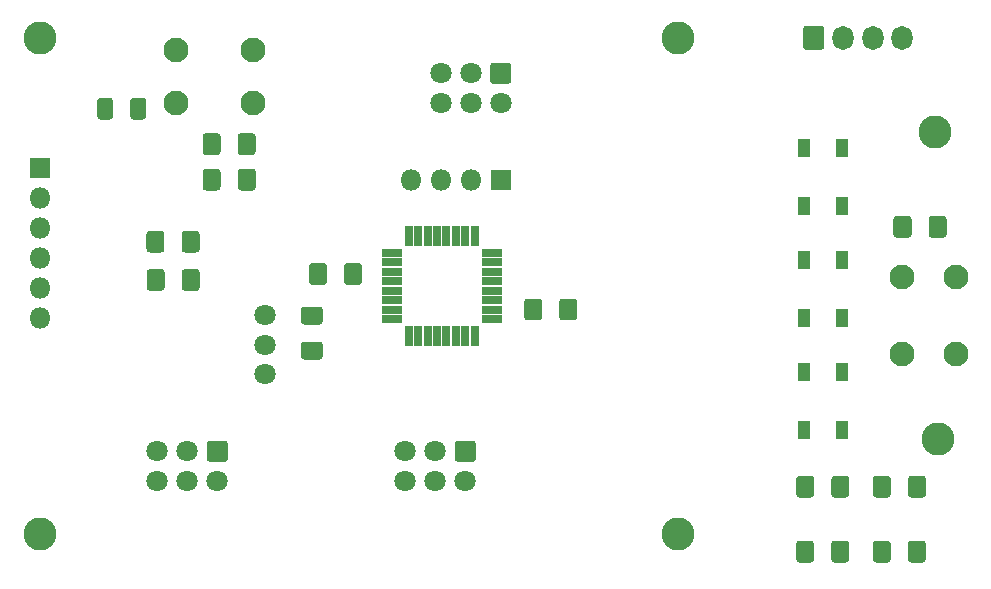
<source format=gbr>
%TF.GenerationSoftware,KiCad,Pcbnew,5.1.6-c6e7f7d~87~ubuntu20.04.1*%
%TF.CreationDate,2020-08-28T13:01:10+02:00*%
%TF.ProjectId,DccModule,4463634d-6f64-4756-9c65-2e6b69636164,rev?*%
%TF.SameCoordinates,Original*%
%TF.FileFunction,Soldermask,Top*%
%TF.FilePolarity,Negative*%
%FSLAX46Y46*%
G04 Gerber Fmt 4.6, Leading zero omitted, Abs format (unit mm)*
G04 Created by KiCad (PCBNEW 5.1.6-c6e7f7d~87~ubuntu20.04.1) date 2020-08-28 13:01:10*
%MOMM*%
%LPD*%
G01*
G04 APERTURE LIST*
%ADD10C,2.800000*%
%ADD11C,1.800000*%
%ADD12R,0.650000X1.700000*%
%ADD13R,1.700000X0.650000*%
%ADD14C,2.100000*%
%ADD15O,1.800000X2.050000*%
%ADD16O,1.800000X1.800000*%
%ADD17R,1.800000X1.800000*%
%ADD18R,1.100000X1.600000*%
G04 APERTURE END LIST*
D10*
%TO.C,H6*%
X200000000Y-118000000D03*
%TD*%
%TO.C,H5*%
X199750000Y-92000000D03*
%TD*%
%TO.C,H4*%
X178000000Y-126000000D03*
%TD*%
%TO.C,H3*%
X178000000Y-84000000D03*
%TD*%
%TO.C,H2*%
X124000000Y-126000000D03*
%TD*%
%TO.C,H1*%
X124000000Y-84000000D03*
%TD*%
D11*
%TO.C,Y1*%
X143000000Y-107500000D03*
X143000000Y-110000000D03*
X143000000Y-112500000D03*
%TD*%
D12*
%TO.C,U1*%
X155200000Y-100750000D03*
X156000000Y-100750000D03*
X156800000Y-100750000D03*
X157600000Y-100750000D03*
X158400000Y-100750000D03*
X159200000Y-100750000D03*
X160000000Y-100750000D03*
X160800000Y-100750000D03*
D13*
X162250000Y-102200000D03*
X162250000Y-103000000D03*
X162250000Y-103800000D03*
X162250000Y-104600000D03*
X162250000Y-105400000D03*
X162250000Y-106200000D03*
X162250000Y-107000000D03*
X162250000Y-107800000D03*
D12*
X160800000Y-109250000D03*
X160000000Y-109250000D03*
X159200000Y-109250000D03*
X158400000Y-109250000D03*
X157600000Y-109250000D03*
X156800000Y-109250000D03*
X156000000Y-109250000D03*
X155200000Y-109250000D03*
D13*
X153750000Y-107800000D03*
X153750000Y-107000000D03*
X153750000Y-106200000D03*
X153750000Y-105400000D03*
X153750000Y-104600000D03*
X153750000Y-103800000D03*
X153750000Y-103000000D03*
X153750000Y-102200000D03*
%TD*%
D14*
%TO.C,SW2*%
X197000000Y-104250000D03*
X201500000Y-104250000D03*
X197000000Y-110750000D03*
X201500000Y-110750000D03*
%TD*%
%TO.C,SW1*%
X142000000Y-85000000D03*
X142000000Y-89500000D03*
X135500000Y-85000000D03*
X135500000Y-89500000D03*
%TD*%
%TO.C,R6*%
G36*
G01*
X190987500Y-122657456D02*
X190987500Y-121342544D01*
G75*
G02*
X191255044Y-121075000I267544J0D01*
G01*
X192244956Y-121075000D01*
G75*
G02*
X192512500Y-121342544I0J-267544D01*
G01*
X192512500Y-122657456D01*
G75*
G02*
X192244956Y-122925000I-267544J0D01*
G01*
X191255044Y-122925000D01*
G75*
G02*
X190987500Y-122657456I0J267544D01*
G01*
G37*
G36*
G01*
X188012500Y-122657456D02*
X188012500Y-121342544D01*
G75*
G02*
X188280044Y-121075000I267544J0D01*
G01*
X189269956Y-121075000D01*
G75*
G02*
X189537500Y-121342544I0J-267544D01*
G01*
X189537500Y-122657456D01*
G75*
G02*
X189269956Y-122925000I-267544J0D01*
G01*
X188280044Y-122925000D01*
G75*
G02*
X188012500Y-122657456I0J267544D01*
G01*
G37*
%TD*%
%TO.C,R5*%
G36*
G01*
X190975000Y-128157456D02*
X190975000Y-126842544D01*
G75*
G02*
X191242544Y-126575000I267544J0D01*
G01*
X192232456Y-126575000D01*
G75*
G02*
X192500000Y-126842544I0J-267544D01*
G01*
X192500000Y-128157456D01*
G75*
G02*
X192232456Y-128425000I-267544J0D01*
G01*
X191242544Y-128425000D01*
G75*
G02*
X190975000Y-128157456I0J267544D01*
G01*
G37*
G36*
G01*
X188000000Y-128157456D02*
X188000000Y-126842544D01*
G75*
G02*
X188267544Y-126575000I267544J0D01*
G01*
X189257456Y-126575000D01*
G75*
G02*
X189525000Y-126842544I0J-267544D01*
G01*
X189525000Y-128157456D01*
G75*
G02*
X189257456Y-128425000I-267544J0D01*
G01*
X188267544Y-128425000D01*
G75*
G02*
X188000000Y-128157456I0J267544D01*
G01*
G37*
%TD*%
%TO.C,R4*%
G36*
G01*
X199225000Y-100657456D02*
X199225000Y-99342544D01*
G75*
G02*
X199492544Y-99075000I267544J0D01*
G01*
X200482456Y-99075000D01*
G75*
G02*
X200750000Y-99342544I0J-267544D01*
G01*
X200750000Y-100657456D01*
G75*
G02*
X200482456Y-100925000I-267544J0D01*
G01*
X199492544Y-100925000D01*
G75*
G02*
X199225000Y-100657456I0J267544D01*
G01*
G37*
G36*
G01*
X196250000Y-100657456D02*
X196250000Y-99342544D01*
G75*
G02*
X196517544Y-99075000I267544J0D01*
G01*
X197507456Y-99075000D01*
G75*
G02*
X197775000Y-99342544I0J-267544D01*
G01*
X197775000Y-100657456D01*
G75*
G02*
X197507456Y-100925000I-267544J0D01*
G01*
X196517544Y-100925000D01*
G75*
G02*
X196250000Y-100657456I0J267544D01*
G01*
G37*
%TD*%
%TO.C,R3*%
G36*
G01*
X135975000Y-101907456D02*
X135975000Y-100592544D01*
G75*
G02*
X136242544Y-100325000I267544J0D01*
G01*
X137232456Y-100325000D01*
G75*
G02*
X137500000Y-100592544I0J-267544D01*
G01*
X137500000Y-101907456D01*
G75*
G02*
X137232456Y-102175000I-267544J0D01*
G01*
X136242544Y-102175000D01*
G75*
G02*
X135975000Y-101907456I0J267544D01*
G01*
G37*
G36*
G01*
X133000000Y-101907456D02*
X133000000Y-100592544D01*
G75*
G02*
X133267544Y-100325000I267544J0D01*
G01*
X134257456Y-100325000D01*
G75*
G02*
X134525000Y-100592544I0J-267544D01*
G01*
X134525000Y-101907456D01*
G75*
G02*
X134257456Y-102175000I-267544J0D01*
G01*
X133267544Y-102175000D01*
G75*
G02*
X133000000Y-101907456I0J267544D01*
G01*
G37*
%TD*%
%TO.C,R2*%
G36*
G01*
X140725000Y-96657456D02*
X140725000Y-95342544D01*
G75*
G02*
X140992544Y-95075000I267544J0D01*
G01*
X141982456Y-95075000D01*
G75*
G02*
X142250000Y-95342544I0J-267544D01*
G01*
X142250000Y-96657456D01*
G75*
G02*
X141982456Y-96925000I-267544J0D01*
G01*
X140992544Y-96925000D01*
G75*
G02*
X140725000Y-96657456I0J267544D01*
G01*
G37*
G36*
G01*
X137750000Y-96657456D02*
X137750000Y-95342544D01*
G75*
G02*
X138017544Y-95075000I267544J0D01*
G01*
X139007456Y-95075000D01*
G75*
G02*
X139275000Y-95342544I0J-267544D01*
G01*
X139275000Y-96657456D01*
G75*
G02*
X139007456Y-96925000I-267544J0D01*
G01*
X138017544Y-96925000D01*
G75*
G02*
X137750000Y-96657456I0J267544D01*
G01*
G37*
%TD*%
%TO.C,R1*%
G36*
G01*
X146342544Y-109725000D02*
X147657456Y-109725000D01*
G75*
G02*
X147925000Y-109992544I0J-267544D01*
G01*
X147925000Y-110982456D01*
G75*
G02*
X147657456Y-111250000I-267544J0D01*
G01*
X146342544Y-111250000D01*
G75*
G02*
X146075000Y-110982456I0J267544D01*
G01*
X146075000Y-109992544D01*
G75*
G02*
X146342544Y-109725000I267544J0D01*
G01*
G37*
G36*
G01*
X146342544Y-106750000D02*
X147657456Y-106750000D01*
G75*
G02*
X147925000Y-107017544I0J-267544D01*
G01*
X147925000Y-108007456D01*
G75*
G02*
X147657456Y-108275000I-267544J0D01*
G01*
X146342544Y-108275000D01*
G75*
G02*
X146075000Y-108007456I0J267544D01*
G01*
X146075000Y-107017544D01*
G75*
G02*
X146342544Y-106750000I267544J0D01*
G01*
G37*
%TD*%
D15*
%TO.C,J6*%
X197000000Y-84000000D03*
X194500000Y-84000000D03*
X192000000Y-84000000D03*
G36*
G01*
X188600000Y-84760294D02*
X188600000Y-83239706D01*
G75*
G02*
X188864706Y-82975000I264706J0D01*
G01*
X190135294Y-82975000D01*
G75*
G02*
X190400000Y-83239706I0J-264706D01*
G01*
X190400000Y-84760294D01*
G75*
G02*
X190135294Y-85025000I-264706J0D01*
G01*
X188864706Y-85025000D01*
G75*
G02*
X188600000Y-84760294I0J264706D01*
G01*
G37*
%TD*%
D11*
%TO.C,J5*%
X157920000Y-89540000D03*
X160460000Y-89540000D03*
X163000000Y-89540000D03*
X157920000Y-87000000D03*
X160460000Y-87000000D03*
G36*
G01*
X162364706Y-86100000D02*
X163635294Y-86100000D01*
G75*
G02*
X163900000Y-86364706I0J-264706D01*
G01*
X163900000Y-87635294D01*
G75*
G02*
X163635294Y-87900000I-264706J0D01*
G01*
X162364706Y-87900000D01*
G75*
G02*
X162100000Y-87635294I0J264706D01*
G01*
X162100000Y-86364706D01*
G75*
G02*
X162364706Y-86100000I264706J0D01*
G01*
G37*
%TD*%
%TO.C,J4*%
X154920000Y-121540000D03*
X157460000Y-121540000D03*
X160000000Y-121540000D03*
X154920000Y-119000000D03*
X157460000Y-119000000D03*
G36*
G01*
X159364706Y-118100000D02*
X160635294Y-118100000D01*
G75*
G02*
X160900000Y-118364706I0J-264706D01*
G01*
X160900000Y-119635294D01*
G75*
G02*
X160635294Y-119900000I-264706J0D01*
G01*
X159364706Y-119900000D01*
G75*
G02*
X159100000Y-119635294I0J264706D01*
G01*
X159100000Y-118364706D01*
G75*
G02*
X159364706Y-118100000I264706J0D01*
G01*
G37*
%TD*%
%TO.C,J3*%
X133920000Y-121540000D03*
X136460000Y-121540000D03*
X139000000Y-121540000D03*
X133920000Y-119000000D03*
X136460000Y-119000000D03*
G36*
G01*
X138364706Y-118100000D02*
X139635294Y-118100000D01*
G75*
G02*
X139900000Y-118364706I0J-264706D01*
G01*
X139900000Y-119635294D01*
G75*
G02*
X139635294Y-119900000I-264706J0D01*
G01*
X138364706Y-119900000D01*
G75*
G02*
X138100000Y-119635294I0J264706D01*
G01*
X138100000Y-118364706D01*
G75*
G02*
X138364706Y-118100000I264706J0D01*
G01*
G37*
%TD*%
D16*
%TO.C,J2*%
X124000000Y-107700000D03*
X124000000Y-105160000D03*
X124000000Y-102620000D03*
X124000000Y-100080000D03*
X124000000Y-97540000D03*
D17*
X124000000Y-95000000D03*
%TD*%
D16*
%TO.C,J1*%
X155380000Y-96000000D03*
X157920000Y-96000000D03*
X160460000Y-96000000D03*
D17*
X163000000Y-96000000D03*
%TD*%
D18*
%TO.C,D7*%
X191850000Y-93300000D03*
X188650000Y-93300000D03*
X191850000Y-98200000D03*
X188650000Y-98200000D03*
%TD*%
%TO.C,D6*%
X191850000Y-102800000D03*
X188650000Y-102800000D03*
X191850000Y-107700000D03*
X188650000Y-107700000D03*
%TD*%
%TO.C,D5*%
X191850000Y-112300000D03*
X188650000Y-112300000D03*
X191850000Y-117200000D03*
X188650000Y-117200000D03*
%TD*%
%TO.C,D4*%
G36*
G01*
X196025000Y-121342544D02*
X196025000Y-122657456D01*
G75*
G02*
X195757456Y-122925000I-267544J0D01*
G01*
X194767544Y-122925000D01*
G75*
G02*
X194500000Y-122657456I0J267544D01*
G01*
X194500000Y-121342544D01*
G75*
G02*
X194767544Y-121075000I267544J0D01*
G01*
X195757456Y-121075000D01*
G75*
G02*
X196025000Y-121342544I0J-267544D01*
G01*
G37*
G36*
G01*
X199000000Y-121342544D02*
X199000000Y-122657456D01*
G75*
G02*
X198732456Y-122925000I-267544J0D01*
G01*
X197742544Y-122925000D01*
G75*
G02*
X197475000Y-122657456I0J267544D01*
G01*
X197475000Y-121342544D01*
G75*
G02*
X197742544Y-121075000I267544J0D01*
G01*
X198732456Y-121075000D01*
G75*
G02*
X199000000Y-121342544I0J-267544D01*
G01*
G37*
%TD*%
%TO.C,D3*%
G36*
G01*
X196012500Y-126842544D02*
X196012500Y-128157456D01*
G75*
G02*
X195744956Y-128425000I-267544J0D01*
G01*
X194755044Y-128425000D01*
G75*
G02*
X194487500Y-128157456I0J267544D01*
G01*
X194487500Y-126842544D01*
G75*
G02*
X194755044Y-126575000I267544J0D01*
G01*
X195744956Y-126575000D01*
G75*
G02*
X196012500Y-126842544I0J-267544D01*
G01*
G37*
G36*
G01*
X198987500Y-126842544D02*
X198987500Y-128157456D01*
G75*
G02*
X198719956Y-128425000I-267544J0D01*
G01*
X197730044Y-128425000D01*
G75*
G02*
X197462500Y-128157456I0J267544D01*
G01*
X197462500Y-126842544D01*
G75*
G02*
X197730044Y-126575000I267544J0D01*
G01*
X198719956Y-126575000D01*
G75*
G02*
X198987500Y-126842544I0J-267544D01*
G01*
G37*
%TD*%
%TO.C,D2*%
G36*
G01*
X135987500Y-105157456D02*
X135987500Y-103842544D01*
G75*
G02*
X136255044Y-103575000I267544J0D01*
G01*
X137244956Y-103575000D01*
G75*
G02*
X137512500Y-103842544I0J-267544D01*
G01*
X137512500Y-105157456D01*
G75*
G02*
X137244956Y-105425000I-267544J0D01*
G01*
X136255044Y-105425000D01*
G75*
G02*
X135987500Y-105157456I0J267544D01*
G01*
G37*
G36*
G01*
X133012500Y-105157456D02*
X133012500Y-103842544D01*
G75*
G02*
X133280044Y-103575000I267544J0D01*
G01*
X134269956Y-103575000D01*
G75*
G02*
X134537500Y-103842544I0J-267544D01*
G01*
X134537500Y-105157456D01*
G75*
G02*
X134269956Y-105425000I-267544J0D01*
G01*
X133280044Y-105425000D01*
G75*
G02*
X133012500Y-105157456I0J267544D01*
G01*
G37*
%TD*%
%TO.C,D1*%
G36*
G01*
X140725000Y-93657456D02*
X140725000Y-92342544D01*
G75*
G02*
X140992544Y-92075000I267544J0D01*
G01*
X141982456Y-92075000D01*
G75*
G02*
X142250000Y-92342544I0J-267544D01*
G01*
X142250000Y-93657456D01*
G75*
G02*
X141982456Y-93925000I-267544J0D01*
G01*
X140992544Y-93925000D01*
G75*
G02*
X140725000Y-93657456I0J267544D01*
G01*
G37*
G36*
G01*
X137750000Y-93657456D02*
X137750000Y-92342544D01*
G75*
G02*
X138017544Y-92075000I267544J0D01*
G01*
X139007456Y-92075000D01*
G75*
G02*
X139275000Y-92342544I0J-267544D01*
G01*
X139275000Y-93657456D01*
G75*
G02*
X139007456Y-93925000I-267544J0D01*
G01*
X138017544Y-93925000D01*
G75*
G02*
X137750000Y-93657456I0J267544D01*
G01*
G37*
%TD*%
%TO.C,C3*%
G36*
G01*
X148275000Y-103342544D02*
X148275000Y-104657456D01*
G75*
G02*
X148007456Y-104925000I-267544J0D01*
G01*
X147017544Y-104925000D01*
G75*
G02*
X146750000Y-104657456I0J267544D01*
G01*
X146750000Y-103342544D01*
G75*
G02*
X147017544Y-103075000I267544J0D01*
G01*
X148007456Y-103075000D01*
G75*
G02*
X148275000Y-103342544I0J-267544D01*
G01*
G37*
G36*
G01*
X151250000Y-103342544D02*
X151250000Y-104657456D01*
G75*
G02*
X150982456Y-104925000I-267544J0D01*
G01*
X149992544Y-104925000D01*
G75*
G02*
X149725000Y-104657456I0J267544D01*
G01*
X149725000Y-103342544D01*
G75*
G02*
X149992544Y-103075000I267544J0D01*
G01*
X150982456Y-103075000D01*
G75*
G02*
X151250000Y-103342544I0J-267544D01*
G01*
G37*
%TD*%
%TO.C,C2*%
G36*
G01*
X166512500Y-106342544D02*
X166512500Y-107657456D01*
G75*
G02*
X166244956Y-107925000I-267544J0D01*
G01*
X165255044Y-107925000D01*
G75*
G02*
X164987500Y-107657456I0J267544D01*
G01*
X164987500Y-106342544D01*
G75*
G02*
X165255044Y-106075000I267544J0D01*
G01*
X166244956Y-106075000D01*
G75*
G02*
X166512500Y-106342544I0J-267544D01*
G01*
G37*
G36*
G01*
X169487500Y-106342544D02*
X169487500Y-107657456D01*
G75*
G02*
X169219956Y-107925000I-267544J0D01*
G01*
X168230044Y-107925000D01*
G75*
G02*
X167962500Y-107657456I0J267544D01*
G01*
X167962500Y-106342544D01*
G75*
G02*
X168230044Y-106075000I267544J0D01*
G01*
X169219956Y-106075000D01*
G75*
G02*
X169487500Y-106342544I0J-267544D01*
G01*
G37*
%TD*%
%TO.C,C1*%
G36*
G01*
X130175000Y-89345000D02*
X130175000Y-90655000D01*
G75*
G02*
X129905000Y-90925000I-270000J0D01*
G01*
X129095000Y-90925000D01*
G75*
G02*
X128825000Y-90655000I0J270000D01*
G01*
X128825000Y-89345000D01*
G75*
G02*
X129095000Y-89075000I270000J0D01*
G01*
X129905000Y-89075000D01*
G75*
G02*
X130175000Y-89345000I0J-270000D01*
G01*
G37*
G36*
G01*
X132975000Y-89345000D02*
X132975000Y-90655000D01*
G75*
G02*
X132705000Y-90925000I-270000J0D01*
G01*
X131895000Y-90925000D01*
G75*
G02*
X131625000Y-90655000I0J270000D01*
G01*
X131625000Y-89345000D01*
G75*
G02*
X131895000Y-89075000I270000J0D01*
G01*
X132705000Y-89075000D01*
G75*
G02*
X132975000Y-89345000I0J-270000D01*
G01*
G37*
%TD*%
M02*

</source>
